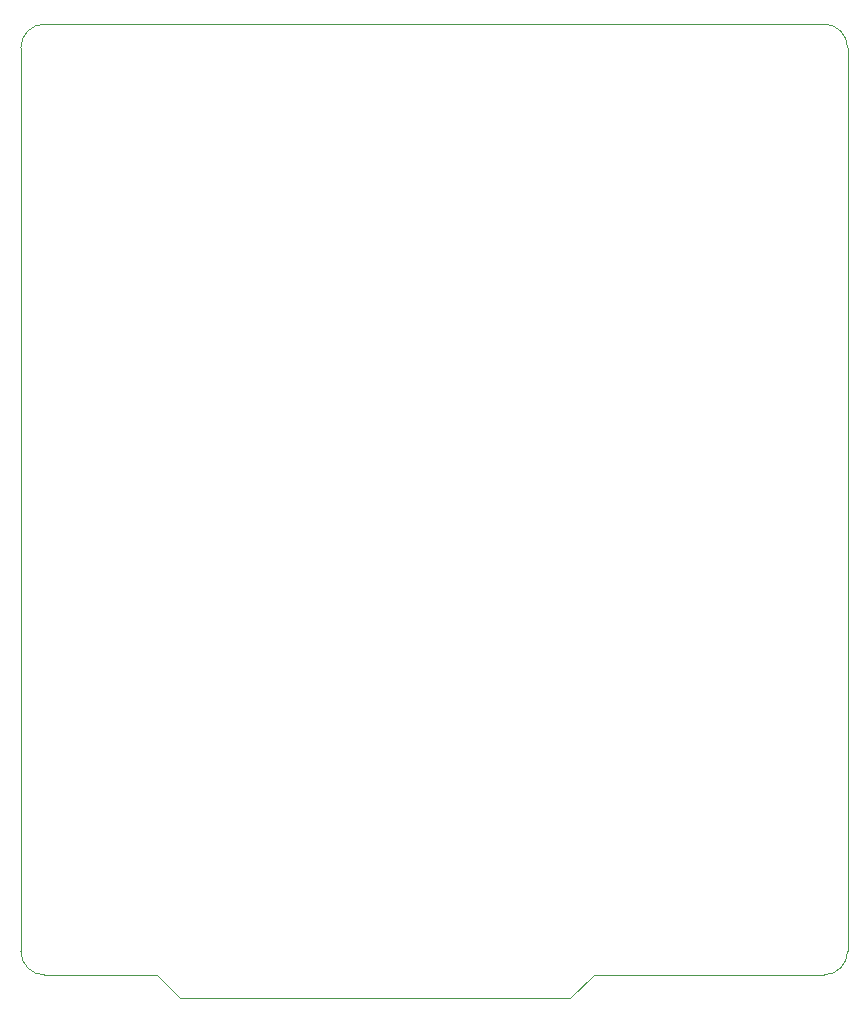
<source format=gbr>
%TF.GenerationSoftware,Altium Limited,Altium Designer,20.1.14 (287)*%
G04 Layer_Color=0*
%FSLAX45Y45*%
%MOMM*%
%TF.SameCoordinates,7B5A7627-AB34-47FD-98C4-24A8EE2920DC*%
%TF.FilePolarity,Positive*%
%TF.FileFunction,Profile,NP*%
%TF.Part,Single*%
G01*
G75*
%TA.AperFunction,Profile*%
%ADD58C,0.02540*%
G36*
X1100000Y5650000D02*
D01*
D02*
G37*
G36*
X1157500Y5390000D02*
D01*
D02*
G37*
D58*
X217835Y229970D02*
X1167835D01*
X1367835Y29970D01*
X4667834Y29970D01*
X4867835Y229970D01*
X6817835Y229970D01*
D02*
G03*
X7017835Y429969I0J200000D01*
G01*
X7017835Y5729969D01*
Y8079970D01*
D02*
G03*
X6817835Y8279970I-200000J0D01*
G01*
X217835D01*
D02*
G03*
X17835Y8079969I0J-200000D01*
G01*
Y5729969D01*
X17835Y429970D01*
Y429969D01*
D02*
G03*
X217835Y229970I200000J1D01*
G01*
%TF.MD5,6505cb55cb9520619c10babfd44c3153*%
M02*

</source>
